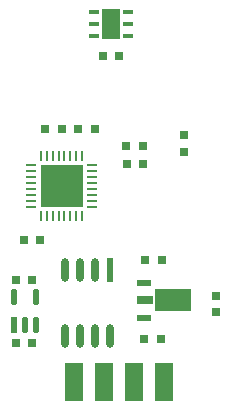
<source format=gtp>
G04*
G04 #@! TF.GenerationSoftware,Altium Limited,CircuitStudio,1.5.2 (30)*
G04*
G04 Layer_Color=8421504*
%FSLAX25Y25*%
%MOIN*%
G70*
G01*
G75*
%ADD10R,0.06000X0.12598*%
%ADD11O,0.02400X0.08000*%
%ADD12R,0.02400X0.08000*%
%ADD13R,0.05118X0.02165*%
%ADD14R,0.05807X0.03150*%
%ADD15R,0.12303X0.07284*%
G04:AMPARAMS|DCode=16|XSize=55.4mil|YSize=22.67mil|CornerRadius=11.34mil|HoleSize=0mil|Usage=FLASHONLY|Rotation=90.000|XOffset=0mil|YOffset=0mil|HoleType=Round|Shape=RoundedRectangle|*
%AMROUNDEDRECTD16*
21,1,0.05540,0.00000,0,0,90.0*
21,1,0.03273,0.02267,0,0,90.0*
1,1,0.02267,0.00000,0.01636*
1,1,0.02267,0.00000,-0.01636*
1,1,0.02267,0.00000,-0.01636*
1,1,0.02267,0.00000,0.01636*
%
%ADD16ROUNDEDRECTD16*%
%ADD17R,0.02267X0.05540*%
%ADD18R,0.03000X0.03000*%
%ADD19R,0.03000X0.03000*%
%ADD20O,0.00984X0.03543*%
%ADD21O,0.03543X0.00984*%
%ADD22R,0.14173X0.14173*%
%ADD23R,0.03347X0.01772*%
%ADD24R,0.06299X0.09843*%
D10*
X328524Y153819D02*
D03*
X318524D02*
D03*
X308524D02*
D03*
X298524D02*
D03*
D11*
X295630Y169339D02*
D03*
Y191339D02*
D03*
X305630Y169339D02*
D03*
X310630D02*
D03*
X305630Y191339D02*
D03*
X300630D02*
D03*
Y169339D02*
D03*
D12*
X310630Y191339D02*
D03*
D13*
X322047Y187008D02*
D03*
Y175197D02*
D03*
D14*
X322392Y181102D02*
D03*
D15*
X331496D02*
D03*
D16*
X278543Y182089D02*
D03*
X286024D02*
D03*
Y173029D02*
D03*
X282283D02*
D03*
D17*
X278543D02*
D03*
D18*
X335433Y236221D02*
D03*
Y230720D02*
D03*
X346063Y177165D02*
D03*
Y182665D02*
D03*
D19*
X327559Y168110D02*
D03*
X322059D02*
D03*
X284646Y187795D02*
D03*
X279146D02*
D03*
X284646Y166929D02*
D03*
X279146D02*
D03*
X327953Y194488D02*
D03*
X322453D02*
D03*
X316223Y226709D02*
D03*
X321723D02*
D03*
X316092Y232458D02*
D03*
X321592D02*
D03*
X308268Y262598D02*
D03*
X313768D02*
D03*
X294488Y238189D02*
D03*
X288988D02*
D03*
X287402Y201181D02*
D03*
X281902D02*
D03*
X300000Y238189D02*
D03*
X305500D02*
D03*
D20*
X301378Y229331D02*
D03*
X299410D02*
D03*
X297441D02*
D03*
X295472D02*
D03*
X293504D02*
D03*
X291535D02*
D03*
X289567D02*
D03*
X287598D02*
D03*
Y209252D02*
D03*
X289567D02*
D03*
X291535D02*
D03*
X293504D02*
D03*
X295472D02*
D03*
X297441D02*
D03*
X299410D02*
D03*
X301378D02*
D03*
D21*
X284449Y226181D02*
D03*
Y224213D02*
D03*
Y222244D02*
D03*
Y220276D02*
D03*
Y218307D02*
D03*
Y216339D02*
D03*
Y214370D02*
D03*
Y212402D02*
D03*
X304528D02*
D03*
Y214370D02*
D03*
Y216339D02*
D03*
Y218307D02*
D03*
Y220276D02*
D03*
Y222244D02*
D03*
Y224213D02*
D03*
Y226181D02*
D03*
D22*
X294488Y219291D02*
D03*
D23*
X305315Y273228D02*
D03*
X316732D02*
D03*
Y277165D02*
D03*
X305315D02*
D03*
Y269291D02*
D03*
X316732D02*
D03*
D24*
X311024Y273228D02*
D03*
M02*

</source>
